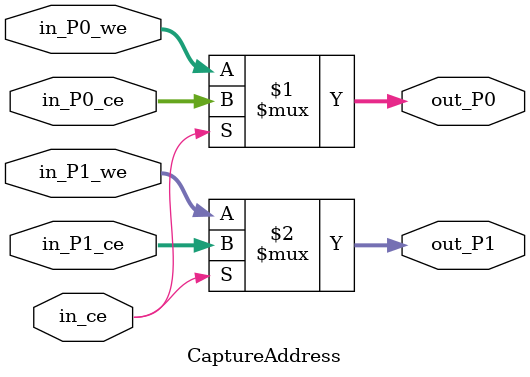
<source format=v>
module CaptureAddress(in_P0_we, in_P1_we, in_ce, in_P0_ce, in_P1_ce, out_P0, out_P1);

	input wire [7:0] in_P0_we;
	input wire [7:0] in_P1_we;
	input wire in_ce;
	input wire [7:0] in_P0_ce;
	input wire [7:0] in_P1_ce;
	output wire [7:0] out_P0;
	output wire [7:0] out_P1;
	
	assign out_P0 = in_ce ? in_P0_ce : in_P0_we;
	assign out_P1 = in_ce ? in_P1_ce : in_P1_we;
	
endmodule

</source>
